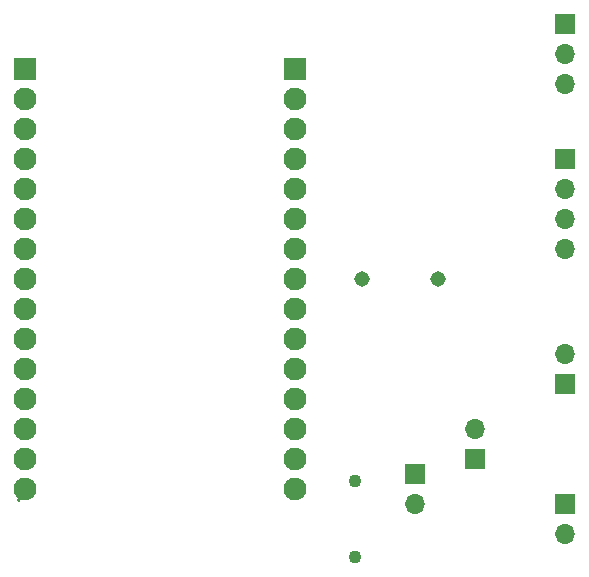
<source format=gbr>
%TF.GenerationSoftware,KiCad,Pcbnew,(5.1.12)-1*%
%TF.CreationDate,2021-12-07T17:24:08+01:00*%
%TF.ProjectId,PCB_Chair_tracker,5043425f-4368-4616-9972-5f747261636b,rev?*%
%TF.SameCoordinates,Original*%
%TF.FileFunction,Copper,L1,Top*%
%TF.FilePolarity,Positive*%
%FSLAX46Y46*%
G04 Gerber Fmt 4.6, Leading zero omitted, Abs format (unit mm)*
G04 Created by KiCad (PCBNEW (5.1.12)-1) date 2021-12-07 17:24:08*
%MOMM*%
%LPD*%
G01*
G04 APERTURE LIST*
%TA.AperFunction,ComponentPad*%
%ADD10R,1.700000X1.700000*%
%TD*%
%TA.AperFunction,ComponentPad*%
%ADD11O,1.700000X1.700000*%
%TD*%
%TA.AperFunction,ComponentPad*%
%ADD12R,1.930000X1.930000*%
%TD*%
%TA.AperFunction,ComponentPad*%
%ADD13C,1.930000*%
%TD*%
%TA.AperFunction,ComponentPad*%
%ADD14C,1.308000*%
%TD*%
%TA.AperFunction,ComponentPad*%
%ADD15C,1.100000*%
%TD*%
%TA.AperFunction,Conductor*%
%ADD16C,0.250000*%
%TD*%
G04 APERTURE END LIST*
D10*
%TO.P,tp2,1*%
%TO.N,/VIN*%
X167640000Y-97790000D03*
D11*
%TO.P,tp2,2*%
%TO.N,/B+*%
X167640000Y-95250000D03*
%TD*%
D12*
%TO.P,ESP1,J1_1*%
%TO.N,N/C*%
X121960001Y-71120000D03*
D13*
%TO.P,ESP1,J1_2*%
X121960001Y-73660000D03*
%TO.P,ESP1,J1_3*%
X121960001Y-76200000D03*
%TO.P,ESP1,J1_4*%
X121960001Y-78740000D03*
%TO.P,ESP1,J1_5*%
X121960001Y-81280000D03*
%TO.P,ESP1,J1_6*%
X121960001Y-83820000D03*
%TO.P,ESP1,J1_7*%
X121960001Y-86360000D03*
%TO.P,ESP1,J1_8*%
X121960001Y-88900000D03*
%TO.P,ESP1,J1_9*%
X121960001Y-91440000D03*
%TO.P,ESP1,J1_10*%
X121960001Y-93980000D03*
%TO.P,ESP1,J1_11*%
X121960001Y-96520000D03*
%TO.P,ESP1,J1_12*%
X121960001Y-99060000D03*
%TO.P,ESP1,J1_13*%
X121960001Y-101600000D03*
%TO.P,ESP1,J1_14*%
X121960001Y-104140000D03*
%TO.P,ESP1,J1_15*%
%TO.N,/VIN*%
X121960001Y-106680000D03*
D12*
%TO.P,ESP1,J2_1*%
%TO.N,/VIBRADOR_PIN*%
X144820001Y-71120000D03*
D13*
%TO.P,ESP1,J2_2*%
%TO.N,/TRIGGER_PIN*%
X144820001Y-73660000D03*
%TO.P,ESP1,J2_3*%
%TO.N,/ECHO_PIN*%
X144820001Y-76200000D03*
%TO.P,ESP1,J2_4*%
%TO.N,/ALARMA_PIN*%
X144820001Y-78740000D03*
%TO.P,ESP1,J2_5*%
%TO.N,N/C*%
X144820001Y-81280000D03*
%TO.P,ESP1,J2_6*%
X144820001Y-83820000D03*
%TO.P,ESP1,J2_7*%
X144820001Y-86360000D03*
%TO.P,ESP1,J2_8*%
X144820001Y-88900000D03*
%TO.P,ESP1,J2_9*%
X144820001Y-91440000D03*
%TO.P,ESP1,J2_10*%
X144820001Y-93980000D03*
%TO.P,ESP1,J2_11*%
X144820001Y-96520000D03*
%TO.P,ESP1,J2_12*%
X144820001Y-99060000D03*
%TO.P,ESP1,J2_13*%
X144820001Y-101600000D03*
%TO.P,ESP1,J2_14*%
%TO.N,/GND*%
X144820001Y-104140000D03*
%TO.P,ESP1,J2_15*%
%TO.N,/3V3*%
X144820001Y-106680000D03*
%TD*%
D10*
%TO.P,Prox1,1*%
%TO.N,/VIN*%
X167640000Y-78740000D03*
D11*
%TO.P,Prox1,2*%
%TO.N,/TRIGGER_PIN*%
X167640000Y-81280000D03*
%TO.P,Prox1,3*%
%TO.N,/ECHO_PIN*%
X167640000Y-83820000D03*
%TO.P,Prox1,4*%
%TO.N,/GND*%
X167640000Y-86360000D03*
%TD*%
D10*
%TO.P,Vib1,1*%
%TO.N,/VIBRADOR_PIN*%
X167640000Y-67310000D03*
D11*
%TO.P,Vib1,2*%
%TO.N,/VIN*%
X167640000Y-69850000D03*
%TO.P,Vib1,3*%
%TO.N,/GND*%
X167640000Y-72390000D03*
%TD*%
D10*
%TO.P,bat1,1*%
%TO.N,/B-*%
X160020000Y-104140000D03*
D11*
%TO.P,bat1,2*%
%TO.N,/B+*%
X160020000Y-101600000D03*
%TD*%
%TO.P,tp1,2*%
%TO.N,/GND*%
X167640000Y-110490000D03*
D10*
%TO.P,tp1,1*%
%TO.N,/B-*%
X167640000Y-107950000D03*
%TD*%
D11*
%TO.P,led1,2*%
%TO.N,Net-(R1-Pad2)*%
X154940000Y-107950000D03*
D10*
%TO.P,led1,1*%
%TO.N,/GND*%
X154940000Y-105410000D03*
%TD*%
D14*
%TO.P,Alt1,P*%
%TO.N,/ALARMA_PIN*%
X150420000Y-88900000D03*
%TO.P,Alt1,N*%
%TO.N,/GND*%
X156920000Y-88900000D03*
%TD*%
D15*
%TO.P,R1,1*%
%TO.N,/3V3*%
X149860000Y-106020000D03*
%TO.P,R1,2*%
%TO.N,Net-(R1-Pad2)*%
X149860000Y-112420000D03*
%TD*%
D16*
%TO.N,/VIN*%
X121305000Y-107610002D02*
X121960001Y-106955001D01*
%TD*%
M02*

</source>
